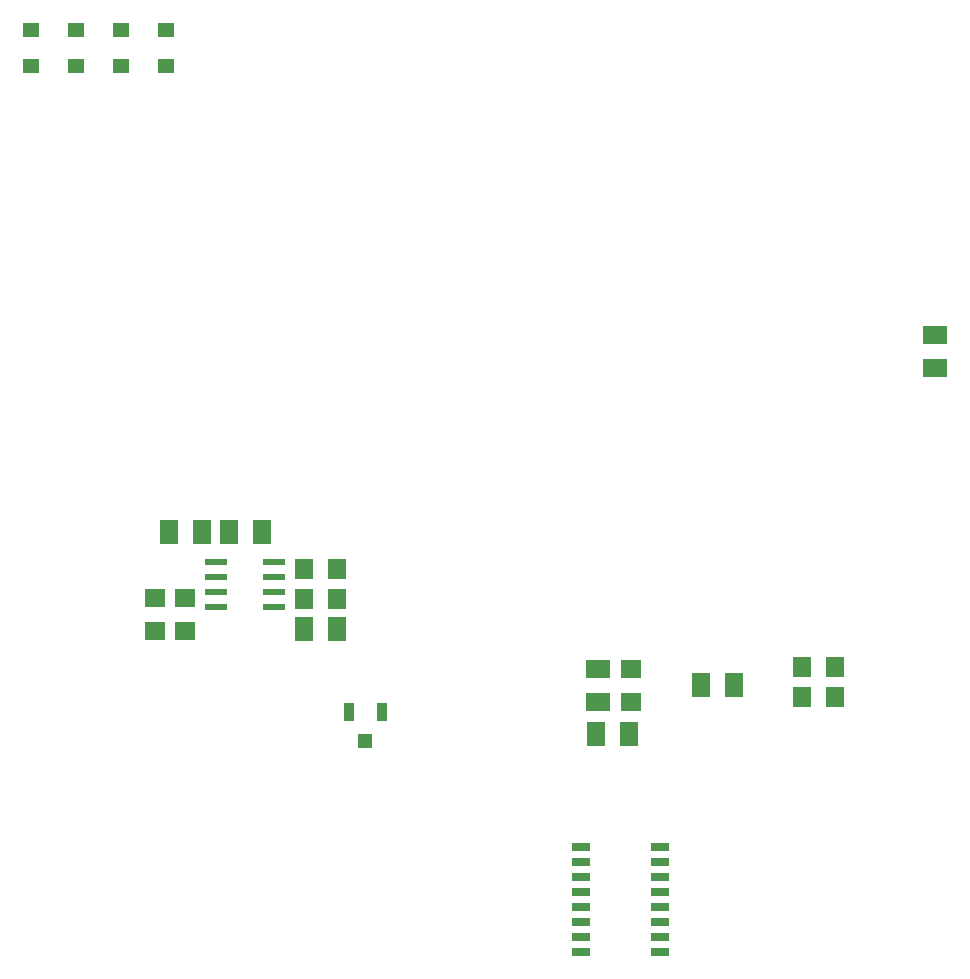
<source format=gbr>
G04 EAGLE Gerber X2 export*
G75*
%MOMM*%
%FSLAX34Y34*%
%LPD*%
%AMOC8*
5,1,8,0,0,1.08239X$1,22.5*%
G01*
%ADD10R,1.981200X0.558800*%
%ADD11R,1.800000X1.600000*%
%ADD12R,1.600000X2.000000*%
%ADD13R,0.900000X1.600000*%
%ADD14R,1.300000X1.300000*%
%ADD15R,1.600000X1.800000*%
%ADD16R,2.000000X1.600000*%
%ADD17R,1.400000X1.200000*%
%ADD18R,1.500000X0.700000*%


D10*
X356362Y527050D03*
X356362Y514350D03*
X356362Y501650D03*
X356362Y488950D03*
X405638Y488950D03*
X405638Y501650D03*
X405638Y514350D03*
X405638Y527050D03*
D11*
X708025Y408275D03*
X708025Y436275D03*
X330200Y496600D03*
X330200Y468600D03*
X304800Y496600D03*
X304800Y468600D03*
D12*
X367000Y552450D03*
X395000Y552450D03*
X430500Y469900D03*
X458500Y469900D03*
X706150Y381000D03*
X678150Y381000D03*
X795050Y422275D03*
X767050Y422275D03*
D13*
X496600Y399500D03*
X468600Y399500D03*
D14*
X482600Y375200D03*
D15*
X430500Y495300D03*
X458500Y495300D03*
X430500Y520700D03*
X458500Y520700D03*
X880775Y412750D03*
X852775Y412750D03*
X880775Y438150D03*
X852775Y438150D03*
D16*
X679450Y408275D03*
X679450Y436275D03*
D12*
X316200Y552450D03*
X344200Y552450D03*
D16*
X965200Y690850D03*
X965200Y718850D03*
D17*
X238125Y947025D03*
X238125Y977025D03*
X200025Y947025D03*
X200025Y977025D03*
X276225Y947025D03*
X276225Y977025D03*
X314325Y947025D03*
X314325Y977025D03*
D18*
X731960Y196850D03*
X731960Y209550D03*
X731960Y222250D03*
X731960Y234950D03*
X731960Y247650D03*
X731960Y260350D03*
X731960Y273050D03*
X731960Y285750D03*
X665040Y285750D03*
X665040Y273050D03*
X665040Y260350D03*
X665040Y247650D03*
X665040Y234950D03*
X665040Y222250D03*
X665040Y209550D03*
X665040Y196850D03*
M02*

</source>
